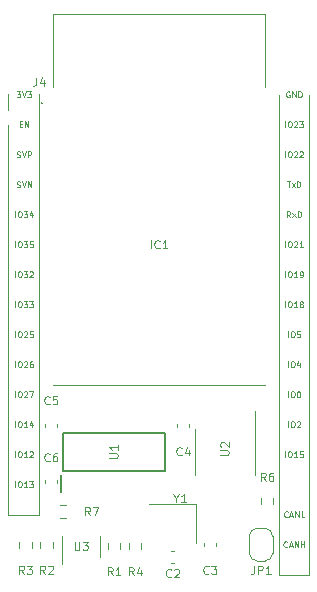
<source format=gto>
G04 #@! TF.GenerationSoftware,KiCad,Pcbnew,(5.1.10)-1*
G04 #@! TF.CreationDate,2021-11-12T09:01:22+01:00*
G04 #@! TF.ProjectId,esp32,65737033-322e-46b6-9963-61645f706362,rev?*
G04 #@! TF.SameCoordinates,Original*
G04 #@! TF.FileFunction,Legend,Top*
G04 #@! TF.FilePolarity,Positive*
%FSLAX46Y46*%
G04 Gerber Fmt 4.6, Leading zero omitted, Abs format (unit mm)*
G04 Created by KiCad (PCBNEW (5.1.10)-1) date 2021-11-12 09:01:22*
%MOMM*%
%LPD*%
G01*
G04 APERTURE LIST*
%ADD10C,0.120000*%
%ADD11C,0.100000*%
%ADD12C,0.200000*%
%ADD13C,1.000000*%
%ADD14R,1.700000X1.700000*%
%ADD15O,1.700000X1.700000*%
%ADD16R,2.000000X0.900000*%
%ADD17R,1.330000X1.330000*%
%ADD18R,0.650000X1.500000*%
%ADD19R,0.650000X1.060000*%
%ADD20R,1.400000X1.200000*%
G04 APERTURE END LIST*
D10*
X110490000Y-64770000D02*
X110490000Y-105410000D01*
X107950000Y-64770000D02*
X107950000Y-105410000D01*
X107950000Y-105410000D02*
X110490000Y-105410000D01*
X85030000Y-100390000D02*
X87630000Y-100390000D01*
X85030000Y-67310000D02*
X85030000Y-100390000D01*
X87630000Y-64710000D02*
X87630000Y-100390000D01*
X87630000Y-67310000D02*
X87630000Y-64710000D01*
X85030000Y-66040000D02*
X85030000Y-64710000D01*
X100818000Y-94996000D02*
X100818000Y-96946000D01*
X100818000Y-94996000D02*
X100818000Y-93046000D01*
X105938000Y-94996000D02*
X105938000Y-96946000D01*
X105938000Y-94996000D02*
X105938000Y-91546000D01*
D11*
X88790000Y-89360000D02*
X106790000Y-89360000D01*
X88790000Y-64160000D02*
X88790000Y-57960000D01*
X88790000Y-57960000D02*
X106790000Y-57960000D01*
X106790000Y-57960000D02*
X106790000Y-64160000D01*
X87790000Y-65460000D02*
X87790000Y-65460000D01*
X87890000Y-65460000D02*
X87890000Y-65460000D01*
X87890000Y-65460000D02*
G75*
G02*
X87790000Y-65460000I-50000J0D01*
G01*
X87790000Y-65460000D02*
G75*
G02*
X87890000Y-65460000I50000J0D01*
G01*
D12*
X89495000Y-98446000D02*
X89495000Y-96946000D01*
X98305000Y-96596000D02*
X89655000Y-96596000D01*
X98305000Y-93396000D02*
X98305000Y-96596000D01*
X89655000Y-93396000D02*
X98305000Y-93396000D01*
X89655000Y-96596000D02*
X89655000Y-93396000D01*
D10*
X89576000Y-102097000D02*
X89576000Y-104547000D01*
X92796000Y-103897000D02*
X92796000Y-102097000D01*
X99079267Y-103376000D02*
X98786733Y-103376000D01*
X99079267Y-104396000D02*
X98786733Y-104396000D01*
X102618000Y-102723733D02*
X102618000Y-103016267D01*
X101598000Y-102723733D02*
X101598000Y-103016267D01*
X99312000Y-92629733D02*
X99312000Y-92922267D01*
X100332000Y-92629733D02*
X100332000Y-92922267D01*
X89156000Y-92629733D02*
X89156000Y-92922267D01*
X88136000Y-92629733D02*
X88136000Y-92922267D01*
X88136000Y-97682267D02*
X88136000Y-97389733D01*
X89156000Y-97682267D02*
X89156000Y-97389733D01*
X93457500Y-103251724D02*
X93457500Y-102742276D01*
X94502500Y-103251724D02*
X94502500Y-102742276D01*
X88787500Y-103124724D02*
X88787500Y-102615276D01*
X87742500Y-103124724D02*
X87742500Y-102615276D01*
X87009500Y-102615276D02*
X87009500Y-103124724D01*
X85964500Y-102615276D02*
X85964500Y-103124724D01*
X95235500Y-102742276D02*
X95235500Y-103251724D01*
X96280500Y-102742276D02*
X96280500Y-103251724D01*
X107456500Y-99441724D02*
X107456500Y-98932276D01*
X106411500Y-99441724D02*
X106411500Y-98932276D01*
X89916724Y-100598500D02*
X89407276Y-100598500D01*
X89916724Y-99553500D02*
X89407276Y-99553500D01*
X100933000Y-102742000D02*
X100933000Y-99442000D01*
X100933000Y-99442000D02*
X96933000Y-99442000D01*
X106726000Y-104270000D02*
X106126000Y-104270000D01*
X107426000Y-102170000D02*
X107426000Y-103570000D01*
X106126000Y-101470000D02*
X106726000Y-101470000D01*
X105426000Y-103570000D02*
X105426000Y-102170000D01*
X105426000Y-102170000D02*
G75*
G02*
X106126000Y-101470000I700000J0D01*
G01*
X106726000Y-101470000D02*
G75*
G02*
X107426000Y-102170000I0J-700000D01*
G01*
X107426000Y-103570000D02*
G75*
G02*
X106726000Y-104270000I-700000J0D01*
G01*
X106126000Y-104270000D02*
G75*
G02*
X105426000Y-103570000I0J700000D01*
G01*
D11*
X87396666Y-63326666D02*
X87396666Y-63826666D01*
X87363333Y-63926666D01*
X87296666Y-63993333D01*
X87196666Y-64026666D01*
X87130000Y-64026666D01*
X88030000Y-63560000D02*
X88030000Y-64026666D01*
X87863333Y-63293333D02*
X87696666Y-63793333D01*
X88130000Y-63793333D01*
X85740952Y-64496190D02*
X86050476Y-64496190D01*
X85883809Y-64686666D01*
X85955238Y-64686666D01*
X86002857Y-64710476D01*
X86026666Y-64734285D01*
X86050476Y-64781904D01*
X86050476Y-64900952D01*
X86026666Y-64948571D01*
X86002857Y-64972380D01*
X85955238Y-64996190D01*
X85812380Y-64996190D01*
X85764761Y-64972380D01*
X85740952Y-64948571D01*
X86193333Y-64496190D02*
X86360000Y-64996190D01*
X86526666Y-64496190D01*
X86645714Y-64496190D02*
X86955238Y-64496190D01*
X86788571Y-64686666D01*
X86860000Y-64686666D01*
X86907619Y-64710476D01*
X86931428Y-64734285D01*
X86955238Y-64781904D01*
X86955238Y-64900952D01*
X86931428Y-64948571D01*
X86907619Y-64972380D01*
X86860000Y-64996190D01*
X86717142Y-64996190D01*
X86669523Y-64972380D01*
X86645714Y-64948571D01*
X85990952Y-67274285D02*
X86157619Y-67274285D01*
X86229047Y-67536190D02*
X85990952Y-67536190D01*
X85990952Y-67036190D01*
X86229047Y-67036190D01*
X86443333Y-67536190D02*
X86443333Y-67036190D01*
X86729047Y-67536190D01*
X86729047Y-67036190D01*
X85752857Y-70052380D02*
X85824285Y-70076190D01*
X85943333Y-70076190D01*
X85990952Y-70052380D01*
X86014761Y-70028571D01*
X86038571Y-69980952D01*
X86038571Y-69933333D01*
X86014761Y-69885714D01*
X85990952Y-69861904D01*
X85943333Y-69838095D01*
X85848095Y-69814285D01*
X85800476Y-69790476D01*
X85776666Y-69766666D01*
X85752857Y-69719047D01*
X85752857Y-69671428D01*
X85776666Y-69623809D01*
X85800476Y-69600000D01*
X85848095Y-69576190D01*
X85967142Y-69576190D01*
X86038571Y-69600000D01*
X86181428Y-69576190D02*
X86348095Y-70076190D01*
X86514761Y-69576190D01*
X86681428Y-70076190D02*
X86681428Y-69576190D01*
X86871904Y-69576190D01*
X86919523Y-69600000D01*
X86943333Y-69623809D01*
X86967142Y-69671428D01*
X86967142Y-69742857D01*
X86943333Y-69790476D01*
X86919523Y-69814285D01*
X86871904Y-69838095D01*
X86681428Y-69838095D01*
X85740952Y-72592380D02*
X85812380Y-72616190D01*
X85931428Y-72616190D01*
X85979047Y-72592380D01*
X86002857Y-72568571D01*
X86026666Y-72520952D01*
X86026666Y-72473333D01*
X86002857Y-72425714D01*
X85979047Y-72401904D01*
X85931428Y-72378095D01*
X85836190Y-72354285D01*
X85788571Y-72330476D01*
X85764761Y-72306666D01*
X85740952Y-72259047D01*
X85740952Y-72211428D01*
X85764761Y-72163809D01*
X85788571Y-72140000D01*
X85836190Y-72116190D01*
X85955238Y-72116190D01*
X86026666Y-72140000D01*
X86169523Y-72116190D02*
X86336190Y-72616190D01*
X86502857Y-72116190D01*
X86669523Y-72616190D02*
X86669523Y-72116190D01*
X86955238Y-72616190D01*
X86955238Y-72116190D01*
X85621904Y-75156190D02*
X85621904Y-74656190D01*
X85955238Y-74656190D02*
X86050476Y-74656190D01*
X86098095Y-74680000D01*
X86145714Y-74727619D01*
X86169523Y-74822857D01*
X86169523Y-74989523D01*
X86145714Y-75084761D01*
X86098095Y-75132380D01*
X86050476Y-75156190D01*
X85955238Y-75156190D01*
X85907619Y-75132380D01*
X85860000Y-75084761D01*
X85836190Y-74989523D01*
X85836190Y-74822857D01*
X85860000Y-74727619D01*
X85907619Y-74680000D01*
X85955238Y-74656190D01*
X86336190Y-74656190D02*
X86645714Y-74656190D01*
X86479047Y-74846666D01*
X86550476Y-74846666D01*
X86598095Y-74870476D01*
X86621904Y-74894285D01*
X86645714Y-74941904D01*
X86645714Y-75060952D01*
X86621904Y-75108571D01*
X86598095Y-75132380D01*
X86550476Y-75156190D01*
X86407619Y-75156190D01*
X86360000Y-75132380D01*
X86336190Y-75108571D01*
X87074285Y-74822857D02*
X87074285Y-75156190D01*
X86955238Y-74632380D02*
X86836190Y-74989523D01*
X87145714Y-74989523D01*
X85621904Y-77696190D02*
X85621904Y-77196190D01*
X85955238Y-77196190D02*
X86050476Y-77196190D01*
X86098095Y-77220000D01*
X86145714Y-77267619D01*
X86169523Y-77362857D01*
X86169523Y-77529523D01*
X86145714Y-77624761D01*
X86098095Y-77672380D01*
X86050476Y-77696190D01*
X85955238Y-77696190D01*
X85907619Y-77672380D01*
X85860000Y-77624761D01*
X85836190Y-77529523D01*
X85836190Y-77362857D01*
X85860000Y-77267619D01*
X85907619Y-77220000D01*
X85955238Y-77196190D01*
X86336190Y-77196190D02*
X86645714Y-77196190D01*
X86479047Y-77386666D01*
X86550476Y-77386666D01*
X86598095Y-77410476D01*
X86621904Y-77434285D01*
X86645714Y-77481904D01*
X86645714Y-77600952D01*
X86621904Y-77648571D01*
X86598095Y-77672380D01*
X86550476Y-77696190D01*
X86407619Y-77696190D01*
X86360000Y-77672380D01*
X86336190Y-77648571D01*
X87098095Y-77196190D02*
X86860000Y-77196190D01*
X86836190Y-77434285D01*
X86860000Y-77410476D01*
X86907619Y-77386666D01*
X87026666Y-77386666D01*
X87074285Y-77410476D01*
X87098095Y-77434285D01*
X87121904Y-77481904D01*
X87121904Y-77600952D01*
X87098095Y-77648571D01*
X87074285Y-77672380D01*
X87026666Y-77696190D01*
X86907619Y-77696190D01*
X86860000Y-77672380D01*
X86836190Y-77648571D01*
X85621904Y-80236190D02*
X85621904Y-79736190D01*
X85955238Y-79736190D02*
X86050476Y-79736190D01*
X86098095Y-79760000D01*
X86145714Y-79807619D01*
X86169523Y-79902857D01*
X86169523Y-80069523D01*
X86145714Y-80164761D01*
X86098095Y-80212380D01*
X86050476Y-80236190D01*
X85955238Y-80236190D01*
X85907619Y-80212380D01*
X85860000Y-80164761D01*
X85836190Y-80069523D01*
X85836190Y-79902857D01*
X85860000Y-79807619D01*
X85907619Y-79760000D01*
X85955238Y-79736190D01*
X86336190Y-79736190D02*
X86645714Y-79736190D01*
X86479047Y-79926666D01*
X86550476Y-79926666D01*
X86598095Y-79950476D01*
X86621904Y-79974285D01*
X86645714Y-80021904D01*
X86645714Y-80140952D01*
X86621904Y-80188571D01*
X86598095Y-80212380D01*
X86550476Y-80236190D01*
X86407619Y-80236190D01*
X86360000Y-80212380D01*
X86336190Y-80188571D01*
X86836190Y-79783809D02*
X86860000Y-79760000D01*
X86907619Y-79736190D01*
X87026666Y-79736190D01*
X87074285Y-79760000D01*
X87098095Y-79783809D01*
X87121904Y-79831428D01*
X87121904Y-79879047D01*
X87098095Y-79950476D01*
X86812380Y-80236190D01*
X87121904Y-80236190D01*
X85621904Y-82776190D02*
X85621904Y-82276190D01*
X85955238Y-82276190D02*
X86050476Y-82276190D01*
X86098095Y-82300000D01*
X86145714Y-82347619D01*
X86169523Y-82442857D01*
X86169523Y-82609523D01*
X86145714Y-82704761D01*
X86098095Y-82752380D01*
X86050476Y-82776190D01*
X85955238Y-82776190D01*
X85907619Y-82752380D01*
X85860000Y-82704761D01*
X85836190Y-82609523D01*
X85836190Y-82442857D01*
X85860000Y-82347619D01*
X85907619Y-82300000D01*
X85955238Y-82276190D01*
X86336190Y-82276190D02*
X86645714Y-82276190D01*
X86479047Y-82466666D01*
X86550476Y-82466666D01*
X86598095Y-82490476D01*
X86621904Y-82514285D01*
X86645714Y-82561904D01*
X86645714Y-82680952D01*
X86621904Y-82728571D01*
X86598095Y-82752380D01*
X86550476Y-82776190D01*
X86407619Y-82776190D01*
X86360000Y-82752380D01*
X86336190Y-82728571D01*
X86812380Y-82276190D02*
X87121904Y-82276190D01*
X86955238Y-82466666D01*
X87026666Y-82466666D01*
X87074285Y-82490476D01*
X87098095Y-82514285D01*
X87121904Y-82561904D01*
X87121904Y-82680952D01*
X87098095Y-82728571D01*
X87074285Y-82752380D01*
X87026666Y-82776190D01*
X86883809Y-82776190D01*
X86836190Y-82752380D01*
X86812380Y-82728571D01*
X85621904Y-85316190D02*
X85621904Y-84816190D01*
X85955238Y-84816190D02*
X86050476Y-84816190D01*
X86098095Y-84840000D01*
X86145714Y-84887619D01*
X86169523Y-84982857D01*
X86169523Y-85149523D01*
X86145714Y-85244761D01*
X86098095Y-85292380D01*
X86050476Y-85316190D01*
X85955238Y-85316190D01*
X85907619Y-85292380D01*
X85860000Y-85244761D01*
X85836190Y-85149523D01*
X85836190Y-84982857D01*
X85860000Y-84887619D01*
X85907619Y-84840000D01*
X85955238Y-84816190D01*
X86360000Y-84863809D02*
X86383809Y-84840000D01*
X86431428Y-84816190D01*
X86550476Y-84816190D01*
X86598095Y-84840000D01*
X86621904Y-84863809D01*
X86645714Y-84911428D01*
X86645714Y-84959047D01*
X86621904Y-85030476D01*
X86336190Y-85316190D01*
X86645714Y-85316190D01*
X87098095Y-84816190D02*
X86860000Y-84816190D01*
X86836190Y-85054285D01*
X86860000Y-85030476D01*
X86907619Y-85006666D01*
X87026666Y-85006666D01*
X87074285Y-85030476D01*
X87098095Y-85054285D01*
X87121904Y-85101904D01*
X87121904Y-85220952D01*
X87098095Y-85268571D01*
X87074285Y-85292380D01*
X87026666Y-85316190D01*
X86907619Y-85316190D01*
X86860000Y-85292380D01*
X86836190Y-85268571D01*
X85621904Y-87856190D02*
X85621904Y-87356190D01*
X85955238Y-87356190D02*
X86050476Y-87356190D01*
X86098095Y-87380000D01*
X86145714Y-87427619D01*
X86169523Y-87522857D01*
X86169523Y-87689523D01*
X86145714Y-87784761D01*
X86098095Y-87832380D01*
X86050476Y-87856190D01*
X85955238Y-87856190D01*
X85907619Y-87832380D01*
X85860000Y-87784761D01*
X85836190Y-87689523D01*
X85836190Y-87522857D01*
X85860000Y-87427619D01*
X85907619Y-87380000D01*
X85955238Y-87356190D01*
X86360000Y-87403809D02*
X86383809Y-87380000D01*
X86431428Y-87356190D01*
X86550476Y-87356190D01*
X86598095Y-87380000D01*
X86621904Y-87403809D01*
X86645714Y-87451428D01*
X86645714Y-87499047D01*
X86621904Y-87570476D01*
X86336190Y-87856190D01*
X86645714Y-87856190D01*
X87074285Y-87356190D02*
X86979047Y-87356190D01*
X86931428Y-87380000D01*
X86907619Y-87403809D01*
X86860000Y-87475238D01*
X86836190Y-87570476D01*
X86836190Y-87760952D01*
X86860000Y-87808571D01*
X86883809Y-87832380D01*
X86931428Y-87856190D01*
X87026666Y-87856190D01*
X87074285Y-87832380D01*
X87098095Y-87808571D01*
X87121904Y-87760952D01*
X87121904Y-87641904D01*
X87098095Y-87594285D01*
X87074285Y-87570476D01*
X87026666Y-87546666D01*
X86931428Y-87546666D01*
X86883809Y-87570476D01*
X86860000Y-87594285D01*
X86836190Y-87641904D01*
X85621904Y-90396190D02*
X85621904Y-89896190D01*
X85955238Y-89896190D02*
X86050476Y-89896190D01*
X86098095Y-89920000D01*
X86145714Y-89967619D01*
X86169523Y-90062857D01*
X86169523Y-90229523D01*
X86145714Y-90324761D01*
X86098095Y-90372380D01*
X86050476Y-90396190D01*
X85955238Y-90396190D01*
X85907619Y-90372380D01*
X85860000Y-90324761D01*
X85836190Y-90229523D01*
X85836190Y-90062857D01*
X85860000Y-89967619D01*
X85907619Y-89920000D01*
X85955238Y-89896190D01*
X86360000Y-89943809D02*
X86383809Y-89920000D01*
X86431428Y-89896190D01*
X86550476Y-89896190D01*
X86598095Y-89920000D01*
X86621904Y-89943809D01*
X86645714Y-89991428D01*
X86645714Y-90039047D01*
X86621904Y-90110476D01*
X86336190Y-90396190D01*
X86645714Y-90396190D01*
X86812380Y-89896190D02*
X87145714Y-89896190D01*
X86931428Y-90396190D01*
X85621904Y-92936190D02*
X85621904Y-92436190D01*
X85955238Y-92436190D02*
X86050476Y-92436190D01*
X86098095Y-92460000D01*
X86145714Y-92507619D01*
X86169523Y-92602857D01*
X86169523Y-92769523D01*
X86145714Y-92864761D01*
X86098095Y-92912380D01*
X86050476Y-92936190D01*
X85955238Y-92936190D01*
X85907619Y-92912380D01*
X85860000Y-92864761D01*
X85836190Y-92769523D01*
X85836190Y-92602857D01*
X85860000Y-92507619D01*
X85907619Y-92460000D01*
X85955238Y-92436190D01*
X86645714Y-92936190D02*
X86360000Y-92936190D01*
X86502857Y-92936190D02*
X86502857Y-92436190D01*
X86455238Y-92507619D01*
X86407619Y-92555238D01*
X86360000Y-92579047D01*
X87074285Y-92602857D02*
X87074285Y-92936190D01*
X86955238Y-92412380D02*
X86836190Y-92769523D01*
X87145714Y-92769523D01*
X85621904Y-95476190D02*
X85621904Y-94976190D01*
X85955238Y-94976190D02*
X86050476Y-94976190D01*
X86098095Y-95000000D01*
X86145714Y-95047619D01*
X86169523Y-95142857D01*
X86169523Y-95309523D01*
X86145714Y-95404761D01*
X86098095Y-95452380D01*
X86050476Y-95476190D01*
X85955238Y-95476190D01*
X85907619Y-95452380D01*
X85860000Y-95404761D01*
X85836190Y-95309523D01*
X85836190Y-95142857D01*
X85860000Y-95047619D01*
X85907619Y-95000000D01*
X85955238Y-94976190D01*
X86645714Y-95476190D02*
X86360000Y-95476190D01*
X86502857Y-95476190D02*
X86502857Y-94976190D01*
X86455238Y-95047619D01*
X86407619Y-95095238D01*
X86360000Y-95119047D01*
X86836190Y-95023809D02*
X86860000Y-95000000D01*
X86907619Y-94976190D01*
X87026666Y-94976190D01*
X87074285Y-95000000D01*
X87098095Y-95023809D01*
X87121904Y-95071428D01*
X87121904Y-95119047D01*
X87098095Y-95190476D01*
X86812380Y-95476190D01*
X87121904Y-95476190D01*
X85621904Y-98016190D02*
X85621904Y-97516190D01*
X85955238Y-97516190D02*
X86050476Y-97516190D01*
X86098095Y-97540000D01*
X86145714Y-97587619D01*
X86169523Y-97682857D01*
X86169523Y-97849523D01*
X86145714Y-97944761D01*
X86098095Y-97992380D01*
X86050476Y-98016190D01*
X85955238Y-98016190D01*
X85907619Y-97992380D01*
X85860000Y-97944761D01*
X85836190Y-97849523D01*
X85836190Y-97682857D01*
X85860000Y-97587619D01*
X85907619Y-97540000D01*
X85955238Y-97516190D01*
X86645714Y-98016190D02*
X86360000Y-98016190D01*
X86502857Y-98016190D02*
X86502857Y-97516190D01*
X86455238Y-97587619D01*
X86407619Y-97635238D01*
X86360000Y-97659047D01*
X86812380Y-97516190D02*
X87121904Y-97516190D01*
X86955238Y-97706666D01*
X87026666Y-97706666D01*
X87074285Y-97730476D01*
X87098095Y-97754285D01*
X87121904Y-97801904D01*
X87121904Y-97920952D01*
X87098095Y-97968571D01*
X87074285Y-97992380D01*
X87026666Y-98016190D01*
X86883809Y-98016190D01*
X86836190Y-97992380D01*
X86812380Y-97968571D01*
X108839047Y-64520000D02*
X108791428Y-64496190D01*
X108720000Y-64496190D01*
X108648571Y-64520000D01*
X108600952Y-64567619D01*
X108577142Y-64615238D01*
X108553333Y-64710476D01*
X108553333Y-64781904D01*
X108577142Y-64877142D01*
X108600952Y-64924761D01*
X108648571Y-64972380D01*
X108720000Y-64996190D01*
X108767619Y-64996190D01*
X108839047Y-64972380D01*
X108862857Y-64948571D01*
X108862857Y-64781904D01*
X108767619Y-64781904D01*
X109077142Y-64996190D02*
X109077142Y-64496190D01*
X109362857Y-64996190D01*
X109362857Y-64496190D01*
X109600952Y-64996190D02*
X109600952Y-64496190D01*
X109720000Y-64496190D01*
X109791428Y-64520000D01*
X109839047Y-64567619D01*
X109862857Y-64615238D01*
X109886666Y-64710476D01*
X109886666Y-64781904D01*
X109862857Y-64877142D01*
X109839047Y-64924761D01*
X109791428Y-64972380D01*
X109720000Y-64996190D01*
X109600952Y-64996190D01*
X108481904Y-67536190D02*
X108481904Y-67036190D01*
X108815238Y-67036190D02*
X108910476Y-67036190D01*
X108958095Y-67060000D01*
X109005714Y-67107619D01*
X109029523Y-67202857D01*
X109029523Y-67369523D01*
X109005714Y-67464761D01*
X108958095Y-67512380D01*
X108910476Y-67536190D01*
X108815238Y-67536190D01*
X108767619Y-67512380D01*
X108720000Y-67464761D01*
X108696190Y-67369523D01*
X108696190Y-67202857D01*
X108720000Y-67107619D01*
X108767619Y-67060000D01*
X108815238Y-67036190D01*
X109220000Y-67083809D02*
X109243809Y-67060000D01*
X109291428Y-67036190D01*
X109410476Y-67036190D01*
X109458095Y-67060000D01*
X109481904Y-67083809D01*
X109505714Y-67131428D01*
X109505714Y-67179047D01*
X109481904Y-67250476D01*
X109196190Y-67536190D01*
X109505714Y-67536190D01*
X109672380Y-67036190D02*
X109981904Y-67036190D01*
X109815238Y-67226666D01*
X109886666Y-67226666D01*
X109934285Y-67250476D01*
X109958095Y-67274285D01*
X109981904Y-67321904D01*
X109981904Y-67440952D01*
X109958095Y-67488571D01*
X109934285Y-67512380D01*
X109886666Y-67536190D01*
X109743809Y-67536190D01*
X109696190Y-67512380D01*
X109672380Y-67488571D01*
X108481904Y-70076190D02*
X108481904Y-69576190D01*
X108815238Y-69576190D02*
X108910476Y-69576190D01*
X108958095Y-69600000D01*
X109005714Y-69647619D01*
X109029523Y-69742857D01*
X109029523Y-69909523D01*
X109005714Y-70004761D01*
X108958095Y-70052380D01*
X108910476Y-70076190D01*
X108815238Y-70076190D01*
X108767619Y-70052380D01*
X108720000Y-70004761D01*
X108696190Y-69909523D01*
X108696190Y-69742857D01*
X108720000Y-69647619D01*
X108767619Y-69600000D01*
X108815238Y-69576190D01*
X109220000Y-69623809D02*
X109243809Y-69600000D01*
X109291428Y-69576190D01*
X109410476Y-69576190D01*
X109458095Y-69600000D01*
X109481904Y-69623809D01*
X109505714Y-69671428D01*
X109505714Y-69719047D01*
X109481904Y-69790476D01*
X109196190Y-70076190D01*
X109505714Y-70076190D01*
X109696190Y-69623809D02*
X109720000Y-69600000D01*
X109767619Y-69576190D01*
X109886666Y-69576190D01*
X109934285Y-69600000D01*
X109958095Y-69623809D01*
X109981904Y-69671428D01*
X109981904Y-69719047D01*
X109958095Y-69790476D01*
X109672380Y-70076190D01*
X109981904Y-70076190D01*
X108624761Y-72116190D02*
X108910476Y-72116190D01*
X108767619Y-72616190D02*
X108767619Y-72116190D01*
X109029523Y-72616190D02*
X109291428Y-72282857D01*
X109029523Y-72282857D02*
X109291428Y-72616190D01*
X109481904Y-72616190D02*
X109481904Y-72116190D01*
X109600952Y-72116190D01*
X109672380Y-72140000D01*
X109720000Y-72187619D01*
X109743809Y-72235238D01*
X109767619Y-72330476D01*
X109767619Y-72401904D01*
X109743809Y-72497142D01*
X109720000Y-72544761D01*
X109672380Y-72592380D01*
X109600952Y-72616190D01*
X109481904Y-72616190D01*
X108922380Y-75156190D02*
X108755714Y-74918095D01*
X108636666Y-75156190D02*
X108636666Y-74656190D01*
X108827142Y-74656190D01*
X108874761Y-74680000D01*
X108898571Y-74703809D01*
X108922380Y-74751428D01*
X108922380Y-74822857D01*
X108898571Y-74870476D01*
X108874761Y-74894285D01*
X108827142Y-74918095D01*
X108636666Y-74918095D01*
X109089047Y-75156190D02*
X109350952Y-74822857D01*
X109089047Y-74822857D02*
X109350952Y-75156190D01*
X109541428Y-75156190D02*
X109541428Y-74656190D01*
X109660476Y-74656190D01*
X109731904Y-74680000D01*
X109779523Y-74727619D01*
X109803333Y-74775238D01*
X109827142Y-74870476D01*
X109827142Y-74941904D01*
X109803333Y-75037142D01*
X109779523Y-75084761D01*
X109731904Y-75132380D01*
X109660476Y-75156190D01*
X109541428Y-75156190D01*
X108481904Y-77696190D02*
X108481904Y-77196190D01*
X108815238Y-77196190D02*
X108910476Y-77196190D01*
X108958095Y-77220000D01*
X109005714Y-77267619D01*
X109029523Y-77362857D01*
X109029523Y-77529523D01*
X109005714Y-77624761D01*
X108958095Y-77672380D01*
X108910476Y-77696190D01*
X108815238Y-77696190D01*
X108767619Y-77672380D01*
X108720000Y-77624761D01*
X108696190Y-77529523D01*
X108696190Y-77362857D01*
X108720000Y-77267619D01*
X108767619Y-77220000D01*
X108815238Y-77196190D01*
X109220000Y-77243809D02*
X109243809Y-77220000D01*
X109291428Y-77196190D01*
X109410476Y-77196190D01*
X109458095Y-77220000D01*
X109481904Y-77243809D01*
X109505714Y-77291428D01*
X109505714Y-77339047D01*
X109481904Y-77410476D01*
X109196190Y-77696190D01*
X109505714Y-77696190D01*
X109981904Y-77696190D02*
X109696190Y-77696190D01*
X109839047Y-77696190D02*
X109839047Y-77196190D01*
X109791428Y-77267619D01*
X109743809Y-77315238D01*
X109696190Y-77339047D01*
X108481904Y-80236190D02*
X108481904Y-79736190D01*
X108815238Y-79736190D02*
X108910476Y-79736190D01*
X108958095Y-79760000D01*
X109005714Y-79807619D01*
X109029523Y-79902857D01*
X109029523Y-80069523D01*
X109005714Y-80164761D01*
X108958095Y-80212380D01*
X108910476Y-80236190D01*
X108815238Y-80236190D01*
X108767619Y-80212380D01*
X108720000Y-80164761D01*
X108696190Y-80069523D01*
X108696190Y-79902857D01*
X108720000Y-79807619D01*
X108767619Y-79760000D01*
X108815238Y-79736190D01*
X109505714Y-80236190D02*
X109220000Y-80236190D01*
X109362857Y-80236190D02*
X109362857Y-79736190D01*
X109315238Y-79807619D01*
X109267619Y-79855238D01*
X109220000Y-79879047D01*
X109743809Y-80236190D02*
X109839047Y-80236190D01*
X109886666Y-80212380D01*
X109910476Y-80188571D01*
X109958095Y-80117142D01*
X109981904Y-80021904D01*
X109981904Y-79831428D01*
X109958095Y-79783809D01*
X109934285Y-79760000D01*
X109886666Y-79736190D01*
X109791428Y-79736190D01*
X109743809Y-79760000D01*
X109720000Y-79783809D01*
X109696190Y-79831428D01*
X109696190Y-79950476D01*
X109720000Y-79998095D01*
X109743809Y-80021904D01*
X109791428Y-80045714D01*
X109886666Y-80045714D01*
X109934285Y-80021904D01*
X109958095Y-79998095D01*
X109981904Y-79950476D01*
X108481904Y-82776190D02*
X108481904Y-82276190D01*
X108815238Y-82276190D02*
X108910476Y-82276190D01*
X108958095Y-82300000D01*
X109005714Y-82347619D01*
X109029523Y-82442857D01*
X109029523Y-82609523D01*
X109005714Y-82704761D01*
X108958095Y-82752380D01*
X108910476Y-82776190D01*
X108815238Y-82776190D01*
X108767619Y-82752380D01*
X108720000Y-82704761D01*
X108696190Y-82609523D01*
X108696190Y-82442857D01*
X108720000Y-82347619D01*
X108767619Y-82300000D01*
X108815238Y-82276190D01*
X109505714Y-82776190D02*
X109220000Y-82776190D01*
X109362857Y-82776190D02*
X109362857Y-82276190D01*
X109315238Y-82347619D01*
X109267619Y-82395238D01*
X109220000Y-82419047D01*
X109791428Y-82490476D02*
X109743809Y-82466666D01*
X109720000Y-82442857D01*
X109696190Y-82395238D01*
X109696190Y-82371428D01*
X109720000Y-82323809D01*
X109743809Y-82300000D01*
X109791428Y-82276190D01*
X109886666Y-82276190D01*
X109934285Y-82300000D01*
X109958095Y-82323809D01*
X109981904Y-82371428D01*
X109981904Y-82395238D01*
X109958095Y-82442857D01*
X109934285Y-82466666D01*
X109886666Y-82490476D01*
X109791428Y-82490476D01*
X109743809Y-82514285D01*
X109720000Y-82538095D01*
X109696190Y-82585714D01*
X109696190Y-82680952D01*
X109720000Y-82728571D01*
X109743809Y-82752380D01*
X109791428Y-82776190D01*
X109886666Y-82776190D01*
X109934285Y-82752380D01*
X109958095Y-82728571D01*
X109981904Y-82680952D01*
X109981904Y-82585714D01*
X109958095Y-82538095D01*
X109934285Y-82514285D01*
X109886666Y-82490476D01*
X108720000Y-85316190D02*
X108720000Y-84816190D01*
X109053333Y-84816190D02*
X109148571Y-84816190D01*
X109196190Y-84840000D01*
X109243809Y-84887619D01*
X109267619Y-84982857D01*
X109267619Y-85149523D01*
X109243809Y-85244761D01*
X109196190Y-85292380D01*
X109148571Y-85316190D01*
X109053333Y-85316190D01*
X109005714Y-85292380D01*
X108958095Y-85244761D01*
X108934285Y-85149523D01*
X108934285Y-84982857D01*
X108958095Y-84887619D01*
X109005714Y-84840000D01*
X109053333Y-84816190D01*
X109720000Y-84816190D02*
X109481904Y-84816190D01*
X109458095Y-85054285D01*
X109481904Y-85030476D01*
X109529523Y-85006666D01*
X109648571Y-85006666D01*
X109696190Y-85030476D01*
X109720000Y-85054285D01*
X109743809Y-85101904D01*
X109743809Y-85220952D01*
X109720000Y-85268571D01*
X109696190Y-85292380D01*
X109648571Y-85316190D01*
X109529523Y-85316190D01*
X109481904Y-85292380D01*
X109458095Y-85268571D01*
X108720000Y-87856190D02*
X108720000Y-87356190D01*
X109053333Y-87356190D02*
X109148571Y-87356190D01*
X109196190Y-87380000D01*
X109243809Y-87427619D01*
X109267619Y-87522857D01*
X109267619Y-87689523D01*
X109243809Y-87784761D01*
X109196190Y-87832380D01*
X109148571Y-87856190D01*
X109053333Y-87856190D01*
X109005714Y-87832380D01*
X108958095Y-87784761D01*
X108934285Y-87689523D01*
X108934285Y-87522857D01*
X108958095Y-87427619D01*
X109005714Y-87380000D01*
X109053333Y-87356190D01*
X109696190Y-87522857D02*
X109696190Y-87856190D01*
X109577142Y-87332380D02*
X109458095Y-87689523D01*
X109767619Y-87689523D01*
X108720000Y-90396190D02*
X108720000Y-89896190D01*
X109053333Y-89896190D02*
X109148571Y-89896190D01*
X109196190Y-89920000D01*
X109243809Y-89967619D01*
X109267619Y-90062857D01*
X109267619Y-90229523D01*
X109243809Y-90324761D01*
X109196190Y-90372380D01*
X109148571Y-90396190D01*
X109053333Y-90396190D01*
X109005714Y-90372380D01*
X108958095Y-90324761D01*
X108934285Y-90229523D01*
X108934285Y-90062857D01*
X108958095Y-89967619D01*
X109005714Y-89920000D01*
X109053333Y-89896190D01*
X109577142Y-89896190D02*
X109624761Y-89896190D01*
X109672380Y-89920000D01*
X109696190Y-89943809D01*
X109720000Y-89991428D01*
X109743809Y-90086666D01*
X109743809Y-90205714D01*
X109720000Y-90300952D01*
X109696190Y-90348571D01*
X109672380Y-90372380D01*
X109624761Y-90396190D01*
X109577142Y-90396190D01*
X109529523Y-90372380D01*
X109505714Y-90348571D01*
X109481904Y-90300952D01*
X109458095Y-90205714D01*
X109458095Y-90086666D01*
X109481904Y-89991428D01*
X109505714Y-89943809D01*
X109529523Y-89920000D01*
X109577142Y-89896190D01*
X108720000Y-92936190D02*
X108720000Y-92436190D01*
X109053333Y-92436190D02*
X109148571Y-92436190D01*
X109196190Y-92460000D01*
X109243809Y-92507619D01*
X109267619Y-92602857D01*
X109267619Y-92769523D01*
X109243809Y-92864761D01*
X109196190Y-92912380D01*
X109148571Y-92936190D01*
X109053333Y-92936190D01*
X109005714Y-92912380D01*
X108958095Y-92864761D01*
X108934285Y-92769523D01*
X108934285Y-92602857D01*
X108958095Y-92507619D01*
X109005714Y-92460000D01*
X109053333Y-92436190D01*
X109458095Y-92483809D02*
X109481904Y-92460000D01*
X109529523Y-92436190D01*
X109648571Y-92436190D01*
X109696190Y-92460000D01*
X109720000Y-92483809D01*
X109743809Y-92531428D01*
X109743809Y-92579047D01*
X109720000Y-92650476D01*
X109434285Y-92936190D01*
X109743809Y-92936190D01*
X108481904Y-95476190D02*
X108481904Y-94976190D01*
X108815238Y-94976190D02*
X108910476Y-94976190D01*
X108958095Y-95000000D01*
X109005714Y-95047619D01*
X109029523Y-95142857D01*
X109029523Y-95309523D01*
X109005714Y-95404761D01*
X108958095Y-95452380D01*
X108910476Y-95476190D01*
X108815238Y-95476190D01*
X108767619Y-95452380D01*
X108720000Y-95404761D01*
X108696190Y-95309523D01*
X108696190Y-95142857D01*
X108720000Y-95047619D01*
X108767619Y-95000000D01*
X108815238Y-94976190D01*
X109505714Y-95476190D02*
X109220000Y-95476190D01*
X109362857Y-95476190D02*
X109362857Y-94976190D01*
X109315238Y-95047619D01*
X109267619Y-95095238D01*
X109220000Y-95119047D01*
X109958095Y-94976190D02*
X109720000Y-94976190D01*
X109696190Y-95214285D01*
X109720000Y-95190476D01*
X109767619Y-95166666D01*
X109886666Y-95166666D01*
X109934285Y-95190476D01*
X109958095Y-95214285D01*
X109981904Y-95261904D01*
X109981904Y-95380952D01*
X109958095Y-95428571D01*
X109934285Y-95452380D01*
X109886666Y-95476190D01*
X109767619Y-95476190D01*
X109720000Y-95452380D01*
X109696190Y-95428571D01*
X108696190Y-100508571D02*
X108672380Y-100532380D01*
X108600952Y-100556190D01*
X108553333Y-100556190D01*
X108481904Y-100532380D01*
X108434285Y-100484761D01*
X108410476Y-100437142D01*
X108386666Y-100341904D01*
X108386666Y-100270476D01*
X108410476Y-100175238D01*
X108434285Y-100127619D01*
X108481904Y-100080000D01*
X108553333Y-100056190D01*
X108600952Y-100056190D01*
X108672380Y-100080000D01*
X108696190Y-100103809D01*
X108886666Y-100413333D02*
X109124761Y-100413333D01*
X108839047Y-100556190D02*
X109005714Y-100056190D01*
X109172380Y-100556190D01*
X109339047Y-100556190D02*
X109339047Y-100056190D01*
X109624761Y-100556190D01*
X109624761Y-100056190D01*
X110100952Y-100556190D02*
X109862857Y-100556190D01*
X109862857Y-100056190D01*
X108636666Y-103048571D02*
X108612857Y-103072380D01*
X108541428Y-103096190D01*
X108493809Y-103096190D01*
X108422380Y-103072380D01*
X108374761Y-103024761D01*
X108350952Y-102977142D01*
X108327142Y-102881904D01*
X108327142Y-102810476D01*
X108350952Y-102715238D01*
X108374761Y-102667619D01*
X108422380Y-102620000D01*
X108493809Y-102596190D01*
X108541428Y-102596190D01*
X108612857Y-102620000D01*
X108636666Y-102643809D01*
X108827142Y-102953333D02*
X109065238Y-102953333D01*
X108779523Y-103096190D02*
X108946190Y-102596190D01*
X109112857Y-103096190D01*
X109279523Y-103096190D02*
X109279523Y-102596190D01*
X109565238Y-103096190D01*
X109565238Y-102596190D01*
X109803333Y-103096190D02*
X109803333Y-102596190D01*
X109803333Y-102834285D02*
X110089047Y-102834285D01*
X110089047Y-103096190D02*
X110089047Y-102596190D01*
X102994666Y-95275333D02*
X103561333Y-95275333D01*
X103628000Y-95242000D01*
X103661333Y-95208666D01*
X103694666Y-95142000D01*
X103694666Y-95008666D01*
X103661333Y-94942000D01*
X103628000Y-94908666D01*
X103561333Y-94875333D01*
X102994666Y-94875333D01*
X103061333Y-94575333D02*
X103028000Y-94542000D01*
X102994666Y-94475333D01*
X102994666Y-94308666D01*
X103028000Y-94242000D01*
X103061333Y-94208666D01*
X103128000Y-94175333D01*
X103194666Y-94175333D01*
X103294666Y-94208666D01*
X103694666Y-94608666D01*
X103694666Y-94175333D01*
X97106666Y-77786666D02*
X97106666Y-77086666D01*
X97840000Y-77720000D02*
X97806666Y-77753333D01*
X97706666Y-77786666D01*
X97640000Y-77786666D01*
X97540000Y-77753333D01*
X97473333Y-77686666D01*
X97440000Y-77620000D01*
X97406666Y-77486666D01*
X97406666Y-77386666D01*
X97440000Y-77253333D01*
X97473333Y-77186666D01*
X97540000Y-77120000D01*
X97640000Y-77086666D01*
X97706666Y-77086666D01*
X97806666Y-77120000D01*
X97840000Y-77153333D01*
X98506666Y-77786666D02*
X98106666Y-77786666D01*
X98306666Y-77786666D02*
X98306666Y-77086666D01*
X98240000Y-77186666D01*
X98173333Y-77253333D01*
X98106666Y-77286666D01*
X93596666Y-95529333D02*
X94163333Y-95529333D01*
X94230000Y-95496000D01*
X94263333Y-95462666D01*
X94296666Y-95396000D01*
X94296666Y-95262666D01*
X94263333Y-95196000D01*
X94230000Y-95162666D01*
X94163333Y-95129333D01*
X93596666Y-95129333D01*
X94296666Y-94429333D02*
X94296666Y-94829333D01*
X94296666Y-94629333D02*
X93596666Y-94629333D01*
X93696666Y-94696000D01*
X93763333Y-94762666D01*
X93796666Y-94829333D01*
X90652666Y-102613666D02*
X90652666Y-103180333D01*
X90686000Y-103247000D01*
X90719333Y-103280333D01*
X90786000Y-103313666D01*
X90919333Y-103313666D01*
X90986000Y-103280333D01*
X91019333Y-103247000D01*
X91052666Y-103180333D01*
X91052666Y-102613666D01*
X91319333Y-102613666D02*
X91752666Y-102613666D01*
X91519333Y-102880333D01*
X91619333Y-102880333D01*
X91686000Y-102913666D01*
X91719333Y-102947000D01*
X91752666Y-103013666D01*
X91752666Y-103180333D01*
X91719333Y-103247000D01*
X91686000Y-103280333D01*
X91619333Y-103313666D01*
X91419333Y-103313666D01*
X91352666Y-103280333D01*
X91319333Y-103247000D01*
X98816333Y-105566000D02*
X98783000Y-105599333D01*
X98683000Y-105632666D01*
X98616333Y-105632666D01*
X98516333Y-105599333D01*
X98449666Y-105532666D01*
X98416333Y-105466000D01*
X98383000Y-105332666D01*
X98383000Y-105232666D01*
X98416333Y-105099333D01*
X98449666Y-105032666D01*
X98516333Y-104966000D01*
X98616333Y-104932666D01*
X98683000Y-104932666D01*
X98783000Y-104966000D01*
X98816333Y-104999333D01*
X99083000Y-104999333D02*
X99116333Y-104966000D01*
X99183000Y-104932666D01*
X99349666Y-104932666D01*
X99416333Y-104966000D01*
X99449666Y-104999333D01*
X99483000Y-105066000D01*
X99483000Y-105132666D01*
X99449666Y-105232666D01*
X99049666Y-105632666D01*
X99483000Y-105632666D01*
X101991333Y-105279000D02*
X101958000Y-105312333D01*
X101858000Y-105345666D01*
X101791333Y-105345666D01*
X101691333Y-105312333D01*
X101624666Y-105245666D01*
X101591333Y-105179000D01*
X101558000Y-105045666D01*
X101558000Y-104945666D01*
X101591333Y-104812333D01*
X101624666Y-104745666D01*
X101691333Y-104679000D01*
X101791333Y-104645666D01*
X101858000Y-104645666D01*
X101958000Y-104679000D01*
X101991333Y-104712333D01*
X102224666Y-104645666D02*
X102658000Y-104645666D01*
X102424666Y-104912333D01*
X102524666Y-104912333D01*
X102591333Y-104945666D01*
X102624666Y-104979000D01*
X102658000Y-105045666D01*
X102658000Y-105212333D01*
X102624666Y-105279000D01*
X102591333Y-105312333D01*
X102524666Y-105345666D01*
X102324666Y-105345666D01*
X102258000Y-105312333D01*
X102224666Y-105279000D01*
X99705333Y-95246000D02*
X99672000Y-95279333D01*
X99572000Y-95312666D01*
X99505333Y-95312666D01*
X99405333Y-95279333D01*
X99338666Y-95212666D01*
X99305333Y-95146000D01*
X99272000Y-95012666D01*
X99272000Y-94912666D01*
X99305333Y-94779333D01*
X99338666Y-94712666D01*
X99405333Y-94646000D01*
X99505333Y-94612666D01*
X99572000Y-94612666D01*
X99672000Y-94646000D01*
X99705333Y-94679333D01*
X100305333Y-94846000D02*
X100305333Y-95312666D01*
X100138666Y-94579333D02*
X99972000Y-95079333D01*
X100405333Y-95079333D01*
X88529333Y-90928000D02*
X88496000Y-90961333D01*
X88396000Y-90994666D01*
X88329333Y-90994666D01*
X88229333Y-90961333D01*
X88162666Y-90894666D01*
X88129333Y-90828000D01*
X88096000Y-90694666D01*
X88096000Y-90594666D01*
X88129333Y-90461333D01*
X88162666Y-90394666D01*
X88229333Y-90328000D01*
X88329333Y-90294666D01*
X88396000Y-90294666D01*
X88496000Y-90328000D01*
X88529333Y-90361333D01*
X89162666Y-90294666D02*
X88829333Y-90294666D01*
X88796000Y-90628000D01*
X88829333Y-90594666D01*
X88896000Y-90561333D01*
X89062666Y-90561333D01*
X89129333Y-90594666D01*
X89162666Y-90628000D01*
X89196000Y-90694666D01*
X89196000Y-90861333D01*
X89162666Y-90928000D01*
X89129333Y-90961333D01*
X89062666Y-90994666D01*
X88896000Y-90994666D01*
X88829333Y-90961333D01*
X88796000Y-90928000D01*
X88529333Y-95754000D02*
X88496000Y-95787333D01*
X88396000Y-95820666D01*
X88329333Y-95820666D01*
X88229333Y-95787333D01*
X88162666Y-95720666D01*
X88129333Y-95654000D01*
X88096000Y-95520666D01*
X88096000Y-95420666D01*
X88129333Y-95287333D01*
X88162666Y-95220666D01*
X88229333Y-95154000D01*
X88329333Y-95120666D01*
X88396000Y-95120666D01*
X88496000Y-95154000D01*
X88529333Y-95187333D01*
X89129333Y-95120666D02*
X88996000Y-95120666D01*
X88929333Y-95154000D01*
X88896000Y-95187333D01*
X88829333Y-95287333D01*
X88796000Y-95420666D01*
X88796000Y-95687333D01*
X88829333Y-95754000D01*
X88862666Y-95787333D01*
X88929333Y-95820666D01*
X89062666Y-95820666D01*
X89129333Y-95787333D01*
X89162666Y-95754000D01*
X89196000Y-95687333D01*
X89196000Y-95520666D01*
X89162666Y-95454000D01*
X89129333Y-95420666D01*
X89062666Y-95387333D01*
X88929333Y-95387333D01*
X88862666Y-95420666D01*
X88829333Y-95454000D01*
X88796000Y-95520666D01*
X93863333Y-105472666D02*
X93630000Y-105139333D01*
X93463333Y-105472666D02*
X93463333Y-104772666D01*
X93730000Y-104772666D01*
X93796666Y-104806000D01*
X93830000Y-104839333D01*
X93863333Y-104906000D01*
X93863333Y-105006000D01*
X93830000Y-105072666D01*
X93796666Y-105106000D01*
X93730000Y-105139333D01*
X93463333Y-105139333D01*
X94530000Y-105472666D02*
X94130000Y-105472666D01*
X94330000Y-105472666D02*
X94330000Y-104772666D01*
X94263333Y-104872666D01*
X94196666Y-104939333D01*
X94130000Y-104972666D01*
X88148333Y-105345666D02*
X87915000Y-105012333D01*
X87748333Y-105345666D02*
X87748333Y-104645666D01*
X88015000Y-104645666D01*
X88081666Y-104679000D01*
X88115000Y-104712333D01*
X88148333Y-104779000D01*
X88148333Y-104879000D01*
X88115000Y-104945666D01*
X88081666Y-104979000D01*
X88015000Y-105012333D01*
X87748333Y-105012333D01*
X88415000Y-104712333D02*
X88448333Y-104679000D01*
X88515000Y-104645666D01*
X88681666Y-104645666D01*
X88748333Y-104679000D01*
X88781666Y-104712333D01*
X88815000Y-104779000D01*
X88815000Y-104845666D01*
X88781666Y-104945666D01*
X88381666Y-105345666D01*
X88815000Y-105345666D01*
X86370333Y-105345666D02*
X86137000Y-105012333D01*
X85970333Y-105345666D02*
X85970333Y-104645666D01*
X86237000Y-104645666D01*
X86303666Y-104679000D01*
X86337000Y-104712333D01*
X86370333Y-104779000D01*
X86370333Y-104879000D01*
X86337000Y-104945666D01*
X86303666Y-104979000D01*
X86237000Y-105012333D01*
X85970333Y-105012333D01*
X86603666Y-104645666D02*
X87037000Y-104645666D01*
X86803666Y-104912333D01*
X86903666Y-104912333D01*
X86970333Y-104945666D01*
X87003666Y-104979000D01*
X87037000Y-105045666D01*
X87037000Y-105212333D01*
X87003666Y-105279000D01*
X86970333Y-105312333D01*
X86903666Y-105345666D01*
X86703666Y-105345666D01*
X86637000Y-105312333D01*
X86603666Y-105279000D01*
X95641333Y-105472666D02*
X95408000Y-105139333D01*
X95241333Y-105472666D02*
X95241333Y-104772666D01*
X95508000Y-104772666D01*
X95574666Y-104806000D01*
X95608000Y-104839333D01*
X95641333Y-104906000D01*
X95641333Y-105006000D01*
X95608000Y-105072666D01*
X95574666Y-105106000D01*
X95508000Y-105139333D01*
X95241333Y-105139333D01*
X96241333Y-105006000D02*
X96241333Y-105472666D01*
X96074666Y-104739333D02*
X95908000Y-105239333D01*
X96341333Y-105239333D01*
X106817333Y-97471666D02*
X106584000Y-97138333D01*
X106417333Y-97471666D02*
X106417333Y-96771666D01*
X106684000Y-96771666D01*
X106750666Y-96805000D01*
X106784000Y-96838333D01*
X106817333Y-96905000D01*
X106817333Y-97005000D01*
X106784000Y-97071666D01*
X106750666Y-97105000D01*
X106684000Y-97138333D01*
X106417333Y-97138333D01*
X107417333Y-96771666D02*
X107284000Y-96771666D01*
X107217333Y-96805000D01*
X107184000Y-96838333D01*
X107117333Y-96938333D01*
X107084000Y-97071666D01*
X107084000Y-97338333D01*
X107117333Y-97405000D01*
X107150666Y-97438333D01*
X107217333Y-97471666D01*
X107350666Y-97471666D01*
X107417333Y-97438333D01*
X107450666Y-97405000D01*
X107484000Y-97338333D01*
X107484000Y-97171666D01*
X107450666Y-97105000D01*
X107417333Y-97071666D01*
X107350666Y-97038333D01*
X107217333Y-97038333D01*
X107150666Y-97071666D01*
X107117333Y-97105000D01*
X107084000Y-97171666D01*
X91958333Y-100392666D02*
X91725000Y-100059333D01*
X91558333Y-100392666D02*
X91558333Y-99692666D01*
X91825000Y-99692666D01*
X91891666Y-99726000D01*
X91925000Y-99759333D01*
X91958333Y-99826000D01*
X91958333Y-99926000D01*
X91925000Y-99992666D01*
X91891666Y-100026000D01*
X91825000Y-100059333D01*
X91558333Y-100059333D01*
X92191666Y-99692666D02*
X92658333Y-99692666D01*
X92358333Y-100392666D01*
X99234666Y-98916333D02*
X99234666Y-99249666D01*
X99001333Y-98549666D02*
X99234666Y-98916333D01*
X99468000Y-98549666D01*
X100068000Y-99249666D02*
X99668000Y-99249666D01*
X99868000Y-99249666D02*
X99868000Y-98549666D01*
X99801333Y-98649666D01*
X99734666Y-98716333D01*
X99668000Y-98749666D01*
X105842666Y-104645666D02*
X105842666Y-105145666D01*
X105809333Y-105245666D01*
X105742666Y-105312333D01*
X105642666Y-105345666D01*
X105576000Y-105345666D01*
X106176000Y-105345666D02*
X106176000Y-104645666D01*
X106442666Y-104645666D01*
X106509333Y-104679000D01*
X106542666Y-104712333D01*
X106576000Y-104779000D01*
X106576000Y-104879000D01*
X106542666Y-104945666D01*
X106509333Y-104979000D01*
X106442666Y-105012333D01*
X106176000Y-105012333D01*
X107242666Y-105345666D02*
X106842666Y-105345666D01*
X107042666Y-105345666D02*
X107042666Y-104645666D01*
X106976000Y-104745666D01*
X106909333Y-104812333D01*
X106842666Y-104845666D01*
%LPC*%
D13*
X102515000Y-99822000D03*
X94515000Y-99822000D03*
D14*
X86360000Y-66040000D03*
D15*
X86360000Y-68580000D03*
X86360000Y-71120000D03*
X86360000Y-73660000D03*
X86360000Y-76200000D03*
X86360000Y-78740000D03*
X86360000Y-81280000D03*
X86360000Y-83820000D03*
X86360000Y-86360000D03*
X86360000Y-88900000D03*
X86360000Y-91440000D03*
X86360000Y-93980000D03*
X86360000Y-96520000D03*
X86360000Y-99060000D03*
X109220000Y-104140000D03*
X109220000Y-101600000D03*
X109220000Y-99060000D03*
X109220000Y-96520000D03*
X109220000Y-93980000D03*
X109220000Y-91440000D03*
X109220000Y-88900000D03*
X109220000Y-86360000D03*
X109220000Y-83820000D03*
X109220000Y-81280000D03*
X109220000Y-78740000D03*
X109220000Y-76200000D03*
X109220000Y-73660000D03*
X109220000Y-71120000D03*
X109220000Y-68580000D03*
X109220000Y-66040000D03*
G36*
G01*
X105133000Y-91546000D02*
X105433000Y-91546000D01*
G75*
G02*
X105583000Y-91696000I0J-150000D01*
G01*
X105583000Y-93346000D01*
G75*
G02*
X105433000Y-93496000I-150000J0D01*
G01*
X105133000Y-93496000D01*
G75*
G02*
X104983000Y-93346000I0J150000D01*
G01*
X104983000Y-91696000D01*
G75*
G02*
X105133000Y-91546000I150000J0D01*
G01*
G37*
G36*
G01*
X103863000Y-91546000D02*
X104163000Y-91546000D01*
G75*
G02*
X104313000Y-91696000I0J-150000D01*
G01*
X104313000Y-93346000D01*
G75*
G02*
X104163000Y-93496000I-150000J0D01*
G01*
X103863000Y-93496000D01*
G75*
G02*
X103713000Y-93346000I0J150000D01*
G01*
X103713000Y-91696000D01*
G75*
G02*
X103863000Y-91546000I150000J0D01*
G01*
G37*
G36*
G01*
X102593000Y-91546000D02*
X102893000Y-91546000D01*
G75*
G02*
X103043000Y-91696000I0J-150000D01*
G01*
X103043000Y-93346000D01*
G75*
G02*
X102893000Y-93496000I-150000J0D01*
G01*
X102593000Y-93496000D01*
G75*
G02*
X102443000Y-93346000I0J150000D01*
G01*
X102443000Y-91696000D01*
G75*
G02*
X102593000Y-91546000I150000J0D01*
G01*
G37*
G36*
G01*
X101323000Y-91546000D02*
X101623000Y-91546000D01*
G75*
G02*
X101773000Y-91696000I0J-150000D01*
G01*
X101773000Y-93346000D01*
G75*
G02*
X101623000Y-93496000I-150000J0D01*
G01*
X101323000Y-93496000D01*
G75*
G02*
X101173000Y-93346000I0J150000D01*
G01*
X101173000Y-91696000D01*
G75*
G02*
X101323000Y-91546000I150000J0D01*
G01*
G37*
G36*
G01*
X101323000Y-96496000D02*
X101623000Y-96496000D01*
G75*
G02*
X101773000Y-96646000I0J-150000D01*
G01*
X101773000Y-98296000D01*
G75*
G02*
X101623000Y-98446000I-150000J0D01*
G01*
X101323000Y-98446000D01*
G75*
G02*
X101173000Y-98296000I0J150000D01*
G01*
X101173000Y-96646000D01*
G75*
G02*
X101323000Y-96496000I150000J0D01*
G01*
G37*
G36*
G01*
X102593000Y-96496000D02*
X102893000Y-96496000D01*
G75*
G02*
X103043000Y-96646000I0J-150000D01*
G01*
X103043000Y-98296000D01*
G75*
G02*
X102893000Y-98446000I-150000J0D01*
G01*
X102593000Y-98446000D01*
G75*
G02*
X102443000Y-98296000I0J150000D01*
G01*
X102443000Y-96646000D01*
G75*
G02*
X102593000Y-96496000I150000J0D01*
G01*
G37*
G36*
G01*
X103863000Y-96496000D02*
X104163000Y-96496000D01*
G75*
G02*
X104313000Y-96646000I0J-150000D01*
G01*
X104313000Y-98296000D01*
G75*
G02*
X104163000Y-98446000I-150000J0D01*
G01*
X103863000Y-98446000D01*
G75*
G02*
X103713000Y-98296000I0J150000D01*
G01*
X103713000Y-96646000D01*
G75*
G02*
X103863000Y-96496000I150000J0D01*
G01*
G37*
G36*
G01*
X105133000Y-96496000D02*
X105433000Y-96496000D01*
G75*
G02*
X105583000Y-96646000I0J-150000D01*
G01*
X105583000Y-98296000D01*
G75*
G02*
X105433000Y-98446000I-150000J0D01*
G01*
X105133000Y-98446000D01*
G75*
G02*
X104983000Y-98296000I0J150000D01*
G01*
X104983000Y-96646000D01*
G75*
G02*
X105133000Y-96496000I150000J0D01*
G01*
G37*
D16*
X89290000Y-65400000D03*
X89290000Y-66670000D03*
X89290000Y-67940000D03*
X89290000Y-69210000D03*
X89290000Y-70480000D03*
X89290000Y-71750000D03*
X89290000Y-73020000D03*
X89290000Y-74290000D03*
X89290000Y-75560000D03*
X89290000Y-76830000D03*
X89290000Y-78100000D03*
X89290000Y-79370000D03*
X89290000Y-80640000D03*
X89290000Y-81910000D03*
X89290000Y-83180000D03*
X89290000Y-84450000D03*
X89290000Y-85720000D03*
X89290000Y-86990000D03*
X89290000Y-88260000D03*
X106290000Y-88260000D03*
X106290000Y-86990000D03*
X106290000Y-85720000D03*
X106290000Y-84450000D03*
X106290000Y-83180000D03*
X106290000Y-81910000D03*
X106290000Y-80640000D03*
X106290000Y-79370000D03*
X106290000Y-78100000D03*
X106290000Y-76830000D03*
X106290000Y-75560000D03*
X106290000Y-74290000D03*
X106290000Y-73020000D03*
X106290000Y-71750000D03*
X106290000Y-70480000D03*
X106290000Y-69210000D03*
X106290000Y-67940000D03*
X106290000Y-66670000D03*
X106290000Y-65400000D03*
D17*
X96790000Y-72900000D03*
X94955000Y-71065000D03*
X94955000Y-72900000D03*
X94955000Y-74735000D03*
X96790000Y-74735000D03*
X98625000Y-74735000D03*
X98625000Y-72900000D03*
X98625000Y-71065000D03*
X96790000Y-71065000D03*
D18*
X90170000Y-97696000D03*
X91440000Y-97696000D03*
X92710000Y-97696000D03*
X93980000Y-97696000D03*
X95250000Y-97696000D03*
X96520000Y-97696000D03*
X97790000Y-97696000D03*
X97790000Y-92296000D03*
X96520000Y-92296000D03*
X95250000Y-92296000D03*
X93980000Y-92296000D03*
X92710000Y-92296000D03*
X91440000Y-92296000D03*
X90170000Y-92296000D03*
D19*
X90236000Y-104097000D03*
X91186000Y-104097000D03*
X92136000Y-104097000D03*
X92136000Y-101897000D03*
X90236000Y-101897000D03*
X91186000Y-101897000D03*
G36*
G01*
X98608000Y-103648500D02*
X98608000Y-104123500D01*
G75*
G02*
X98370500Y-104361000I-237500J0D01*
G01*
X97770500Y-104361000D01*
G75*
G02*
X97533000Y-104123500I0J237500D01*
G01*
X97533000Y-103648500D01*
G75*
G02*
X97770500Y-103411000I237500J0D01*
G01*
X98370500Y-103411000D01*
G75*
G02*
X98608000Y-103648500I0J-237500D01*
G01*
G37*
G36*
G01*
X100333000Y-103648500D02*
X100333000Y-104123500D01*
G75*
G02*
X100095500Y-104361000I-237500J0D01*
G01*
X99495500Y-104361000D01*
G75*
G02*
X99258000Y-104123500I0J237500D01*
G01*
X99258000Y-103648500D01*
G75*
G02*
X99495500Y-103411000I237500J0D01*
G01*
X100095500Y-103411000D01*
G75*
G02*
X100333000Y-103648500I0J-237500D01*
G01*
G37*
G36*
G01*
X101870500Y-101470000D02*
X102345500Y-101470000D01*
G75*
G02*
X102583000Y-101707500I0J-237500D01*
G01*
X102583000Y-102307500D01*
G75*
G02*
X102345500Y-102545000I-237500J0D01*
G01*
X101870500Y-102545000D01*
G75*
G02*
X101633000Y-102307500I0J237500D01*
G01*
X101633000Y-101707500D01*
G75*
G02*
X101870500Y-101470000I237500J0D01*
G01*
G37*
G36*
G01*
X101870500Y-103195000D02*
X102345500Y-103195000D01*
G75*
G02*
X102583000Y-103432500I0J-237500D01*
G01*
X102583000Y-104032500D01*
G75*
G02*
X102345500Y-104270000I-237500J0D01*
G01*
X101870500Y-104270000D01*
G75*
G02*
X101633000Y-104032500I0J237500D01*
G01*
X101633000Y-103432500D01*
G75*
G02*
X101870500Y-103195000I237500J0D01*
G01*
G37*
G36*
G01*
X99584500Y-93101000D02*
X100059500Y-93101000D01*
G75*
G02*
X100297000Y-93338500I0J-237500D01*
G01*
X100297000Y-93938500D01*
G75*
G02*
X100059500Y-94176000I-237500J0D01*
G01*
X99584500Y-94176000D01*
G75*
G02*
X99347000Y-93938500I0J237500D01*
G01*
X99347000Y-93338500D01*
G75*
G02*
X99584500Y-93101000I237500J0D01*
G01*
G37*
G36*
G01*
X99584500Y-91376000D02*
X100059500Y-91376000D01*
G75*
G02*
X100297000Y-91613500I0J-237500D01*
G01*
X100297000Y-92213500D01*
G75*
G02*
X100059500Y-92451000I-237500J0D01*
G01*
X99584500Y-92451000D01*
G75*
G02*
X99347000Y-92213500I0J237500D01*
G01*
X99347000Y-91613500D01*
G75*
G02*
X99584500Y-91376000I237500J0D01*
G01*
G37*
G36*
G01*
X88408500Y-91376000D02*
X88883500Y-91376000D01*
G75*
G02*
X89121000Y-91613500I0J-237500D01*
G01*
X89121000Y-92213500D01*
G75*
G02*
X88883500Y-92451000I-237500J0D01*
G01*
X88408500Y-92451000D01*
G75*
G02*
X88171000Y-92213500I0J237500D01*
G01*
X88171000Y-91613500D01*
G75*
G02*
X88408500Y-91376000I237500J0D01*
G01*
G37*
G36*
G01*
X88408500Y-93101000D02*
X88883500Y-93101000D01*
G75*
G02*
X89121000Y-93338500I0J-237500D01*
G01*
X89121000Y-93938500D01*
G75*
G02*
X88883500Y-94176000I-237500J0D01*
G01*
X88408500Y-94176000D01*
G75*
G02*
X88171000Y-93938500I0J237500D01*
G01*
X88171000Y-93338500D01*
G75*
G02*
X88408500Y-93101000I237500J0D01*
G01*
G37*
G36*
G01*
X88883500Y-98936000D02*
X88408500Y-98936000D01*
G75*
G02*
X88171000Y-98698500I0J237500D01*
G01*
X88171000Y-98098500D01*
G75*
G02*
X88408500Y-97861000I237500J0D01*
G01*
X88883500Y-97861000D01*
G75*
G02*
X89121000Y-98098500I0J-237500D01*
G01*
X89121000Y-98698500D01*
G75*
G02*
X88883500Y-98936000I-237500J0D01*
G01*
G37*
G36*
G01*
X88883500Y-97211000D02*
X88408500Y-97211000D01*
G75*
G02*
X88171000Y-96973500I0J237500D01*
G01*
X88171000Y-96373500D01*
G75*
G02*
X88408500Y-96136000I237500J0D01*
G01*
X88883500Y-96136000D01*
G75*
G02*
X89121000Y-96373500I0J-237500D01*
G01*
X89121000Y-96973500D01*
G75*
G02*
X88883500Y-97211000I-237500J0D01*
G01*
G37*
G36*
G01*
X94217500Y-104397000D02*
X93742500Y-104397000D01*
G75*
G02*
X93505000Y-104159500I0J237500D01*
G01*
X93505000Y-103659500D01*
G75*
G02*
X93742500Y-103422000I237500J0D01*
G01*
X94217500Y-103422000D01*
G75*
G02*
X94455000Y-103659500I0J-237500D01*
G01*
X94455000Y-104159500D01*
G75*
G02*
X94217500Y-104397000I-237500J0D01*
G01*
G37*
G36*
G01*
X94217500Y-102572000D02*
X93742500Y-102572000D01*
G75*
G02*
X93505000Y-102334500I0J237500D01*
G01*
X93505000Y-101834500D01*
G75*
G02*
X93742500Y-101597000I237500J0D01*
G01*
X94217500Y-101597000D01*
G75*
G02*
X94455000Y-101834500I0J-237500D01*
G01*
X94455000Y-102334500D01*
G75*
G02*
X94217500Y-102572000I-237500J0D01*
G01*
G37*
G36*
G01*
X88502500Y-102445000D02*
X88027500Y-102445000D01*
G75*
G02*
X87790000Y-102207500I0J237500D01*
G01*
X87790000Y-101707500D01*
G75*
G02*
X88027500Y-101470000I237500J0D01*
G01*
X88502500Y-101470000D01*
G75*
G02*
X88740000Y-101707500I0J-237500D01*
G01*
X88740000Y-102207500D01*
G75*
G02*
X88502500Y-102445000I-237500J0D01*
G01*
G37*
G36*
G01*
X88502500Y-104270000D02*
X88027500Y-104270000D01*
G75*
G02*
X87790000Y-104032500I0J237500D01*
G01*
X87790000Y-103532500D01*
G75*
G02*
X88027500Y-103295000I237500J0D01*
G01*
X88502500Y-103295000D01*
G75*
G02*
X88740000Y-103532500I0J-237500D01*
G01*
X88740000Y-104032500D01*
G75*
G02*
X88502500Y-104270000I-237500J0D01*
G01*
G37*
G36*
G01*
X86249500Y-101470000D02*
X86724500Y-101470000D01*
G75*
G02*
X86962000Y-101707500I0J-237500D01*
G01*
X86962000Y-102207500D01*
G75*
G02*
X86724500Y-102445000I-237500J0D01*
G01*
X86249500Y-102445000D01*
G75*
G02*
X86012000Y-102207500I0J237500D01*
G01*
X86012000Y-101707500D01*
G75*
G02*
X86249500Y-101470000I237500J0D01*
G01*
G37*
G36*
G01*
X86249500Y-103295000D02*
X86724500Y-103295000D01*
G75*
G02*
X86962000Y-103532500I0J-237500D01*
G01*
X86962000Y-104032500D01*
G75*
G02*
X86724500Y-104270000I-237500J0D01*
G01*
X86249500Y-104270000D01*
G75*
G02*
X86012000Y-104032500I0J237500D01*
G01*
X86012000Y-103532500D01*
G75*
G02*
X86249500Y-103295000I237500J0D01*
G01*
G37*
G36*
G01*
X95520500Y-103422000D02*
X95995500Y-103422000D01*
G75*
G02*
X96233000Y-103659500I0J-237500D01*
G01*
X96233000Y-104159500D01*
G75*
G02*
X95995500Y-104397000I-237500J0D01*
G01*
X95520500Y-104397000D01*
G75*
G02*
X95283000Y-104159500I0J237500D01*
G01*
X95283000Y-103659500D01*
G75*
G02*
X95520500Y-103422000I237500J0D01*
G01*
G37*
G36*
G01*
X95520500Y-101597000D02*
X95995500Y-101597000D01*
G75*
G02*
X96233000Y-101834500I0J-237500D01*
G01*
X96233000Y-102334500D01*
G75*
G02*
X95995500Y-102572000I-237500J0D01*
G01*
X95520500Y-102572000D01*
G75*
G02*
X95283000Y-102334500I0J237500D01*
G01*
X95283000Y-101834500D01*
G75*
G02*
X95520500Y-101597000I237500J0D01*
G01*
G37*
G36*
G01*
X107171500Y-98762000D02*
X106696500Y-98762000D01*
G75*
G02*
X106459000Y-98524500I0J237500D01*
G01*
X106459000Y-98024500D01*
G75*
G02*
X106696500Y-97787000I237500J0D01*
G01*
X107171500Y-97787000D01*
G75*
G02*
X107409000Y-98024500I0J-237500D01*
G01*
X107409000Y-98524500D01*
G75*
G02*
X107171500Y-98762000I-237500J0D01*
G01*
G37*
G36*
G01*
X107171500Y-100587000D02*
X106696500Y-100587000D01*
G75*
G02*
X106459000Y-100349500I0J237500D01*
G01*
X106459000Y-99849500D01*
G75*
G02*
X106696500Y-99612000I237500J0D01*
G01*
X107171500Y-99612000D01*
G75*
G02*
X107409000Y-99849500I0J-237500D01*
G01*
X107409000Y-100349500D01*
G75*
G02*
X107171500Y-100587000I-237500J0D01*
G01*
G37*
G36*
G01*
X91062000Y-99838500D02*
X91062000Y-100313500D01*
G75*
G02*
X90824500Y-100551000I-237500J0D01*
G01*
X90324500Y-100551000D01*
G75*
G02*
X90087000Y-100313500I0J237500D01*
G01*
X90087000Y-99838500D01*
G75*
G02*
X90324500Y-99601000I237500J0D01*
G01*
X90824500Y-99601000D01*
G75*
G02*
X91062000Y-99838500I0J-237500D01*
G01*
G37*
G36*
G01*
X89237000Y-99838500D02*
X89237000Y-100313500D01*
G75*
G02*
X88999500Y-100551000I-237500J0D01*
G01*
X88499500Y-100551000D01*
G75*
G02*
X88262000Y-100313500I0J237500D01*
G01*
X88262000Y-99838500D01*
G75*
G02*
X88499500Y-99601000I237500J0D01*
G01*
X88999500Y-99601000D01*
G75*
G02*
X89237000Y-99838500I0J-237500D01*
G01*
G37*
D20*
X100033000Y-100242000D03*
X97833000Y-100242000D03*
X97833000Y-101942000D03*
X100033000Y-101942000D03*
D11*
G36*
X107176000Y-103020000D02*
G01*
X107176000Y-103520000D01*
X107175398Y-103520000D01*
X107175398Y-103544534D01*
X107170588Y-103593365D01*
X107161016Y-103641490D01*
X107146772Y-103688445D01*
X107127995Y-103733778D01*
X107104864Y-103777051D01*
X107077604Y-103817850D01*
X107046476Y-103855779D01*
X107011779Y-103890476D01*
X106973850Y-103921604D01*
X106933051Y-103948864D01*
X106889778Y-103971995D01*
X106844445Y-103990772D01*
X106797490Y-104005016D01*
X106749365Y-104014588D01*
X106700534Y-104019398D01*
X106676000Y-104019398D01*
X106676000Y-104020000D01*
X106176000Y-104020000D01*
X106176000Y-104019398D01*
X106151466Y-104019398D01*
X106102635Y-104014588D01*
X106054510Y-104005016D01*
X106007555Y-103990772D01*
X105962222Y-103971995D01*
X105918949Y-103948864D01*
X105878150Y-103921604D01*
X105840221Y-103890476D01*
X105805524Y-103855779D01*
X105774396Y-103817850D01*
X105747136Y-103777051D01*
X105724005Y-103733778D01*
X105705228Y-103688445D01*
X105690984Y-103641490D01*
X105681412Y-103593365D01*
X105676602Y-103544534D01*
X105676602Y-103520000D01*
X105676000Y-103520000D01*
X105676000Y-103020000D01*
X107176000Y-103020000D01*
G37*
G36*
X105676602Y-102220000D02*
G01*
X105676602Y-102195466D01*
X105681412Y-102146635D01*
X105690984Y-102098510D01*
X105705228Y-102051555D01*
X105724005Y-102006222D01*
X105747136Y-101962949D01*
X105774396Y-101922150D01*
X105805524Y-101884221D01*
X105840221Y-101849524D01*
X105878150Y-101818396D01*
X105918949Y-101791136D01*
X105962222Y-101768005D01*
X106007555Y-101749228D01*
X106054510Y-101734984D01*
X106102635Y-101725412D01*
X106151466Y-101720602D01*
X106176000Y-101720602D01*
X106176000Y-101720000D01*
X106676000Y-101720000D01*
X106676000Y-101720602D01*
X106700534Y-101720602D01*
X106749365Y-101725412D01*
X106797490Y-101734984D01*
X106844445Y-101749228D01*
X106889778Y-101768005D01*
X106933051Y-101791136D01*
X106973850Y-101818396D01*
X107011779Y-101849524D01*
X107046476Y-101884221D01*
X107077604Y-101922150D01*
X107104864Y-101962949D01*
X107127995Y-102006222D01*
X107146772Y-102051555D01*
X107161016Y-102098510D01*
X107170588Y-102146635D01*
X107175398Y-102195466D01*
X107175398Y-102220000D01*
X107176000Y-102220000D01*
X107176000Y-102720000D01*
X105676000Y-102720000D01*
X105676000Y-102220000D01*
X105676602Y-102220000D01*
G37*
M02*

</source>
